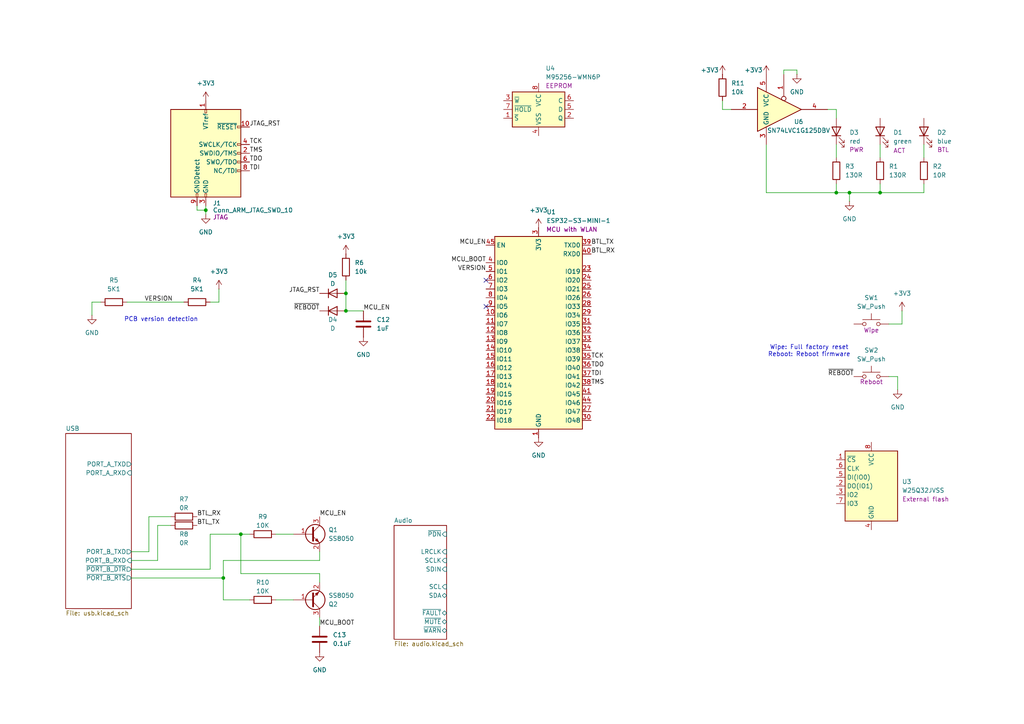
<source format=kicad_sch>
(kicad_sch (version 20231120) (generator "eeschema") (generator_version "8.0")
  (paper "A4")
  (title_block (title "soundbox"))
  (lib_symbols
    (symbol "74xGxx:SN74LVC1G125DBV"
      (property "Reference" "U" (at -10.16 7.62 0))
      (property "Value" "SN74LVC1G125DBV" (at 2.54 -7.62 0))
      (symbol "SN74LVC1G125DBV_0_1"
        (polyline (pts (xy -7.62 6.35) (xy -7.62 -6.35) (xy 5.08 0) (xy -7.62 6.35)) (stroke (width 0.254)) (fill (type background)))
      )
      (symbol "SN74LVC1G125DBV_1_1"
        (pin input inverted (at 0 10.16 270) (length 7.62) (name "~") (number "1"))
        (pin input line (at -15.24 0 0) (length 7.62) (name "~") (number "2"))
        (pin power_in line (at -5.08 -10.16 90) (length 5.08) (name "GND") (number "3"))
        (pin tri_state line (at 12.7 0 180) (length 7.62) (name "~") (number "4"))
        (pin power_in line (at -5.08 10.16 270) (length 5.08) (name "VCC") (number "5"))
      )
    )
    (symbol "Connector:Conn_ARM_JTAG_SWD_10" (pin_names (offset 1.016))
      (property "Reference" "J" (at -2.54 16.51 0))
      (property "Value" "Conn_ARM_JTAG_SWD_10" (at -2.54 13.97 0))
      (symbol "Conn_ARM_JTAG_SWD_10_0_1"
        (rectangle (start -10.16 12.7) (end 10.16 -12.7) (stroke (width 0.254)) (fill (type background)))
        (rectangle (start -2.794 -12.7) (end -2.286 -11.684))
        (rectangle (start -0.254 -12.7) (end 0.254 -11.684))
        (rectangle (start -0.254 12.7) (end 0.254 11.684))
        (rectangle (start 9.144 2.286) (end 10.16 2.794))
        (rectangle (start 10.16 -2.794) (end 9.144 -2.286))
        (rectangle (start 10.16 -0.254) (end 9.144 0.254))
        (rectangle (start 10.16 7.874) (end 9.144 7.366))
      )
      (symbol "Conn_ARM_JTAG_SWD_10_1_1"
        (rectangle (start 9.144 -5.334) (end 10.16 -4.826))
        (pin power_in line (at 0 15.24 270) (length 2.54) (name "VTref") (number "1"))
        (pin open_collector line (at 12.7 7.62 180) (length 2.54) (name "~{RESET}") (number "10"))
        (pin bidirectional line (at 12.7 0 180) (length 2.54) (name "SWDIO/TMS") (number "2"))
        (pin power_in line (at 0 -15.24 90) (length 2.54) (name "GND") (number "3"))
        (pin output line (at 12.7 2.54 180) (length 2.54) (name "SWCLK/TCK") (number "4"))
        (pin passive line (at 0 -15.24 90) (length 2.54) hide (name "GND") (number "5"))
        (pin input line (at 12.7 -2.54 180) (length 2.54) (name "SWO/TDO") (number "6"))
        (pin no_connect line (at -10.16 0 0) (length 2.54) hide (name "KEY") (number "7"))
        (pin output line (at 12.7 -5.08 180) (length 2.54) (name "NC/TDI") (number "8"))
        (pin passive line (at -2.54 -15.24 90) (length 2.54) (name "GNDDetect") (number "9"))
      )
    )
    (symbol "Device:C" (pin_numbers hide) (pin_names (offset 0.254))
      (property "Reference" "C" (at 0.635 2.54 0))
      (property "Value" "C" (at 0.635 -2.54 0))
      (symbol "C_0_1"
        (polyline (pts (xy -2.032 -0.762) (xy 2.032 -0.762)) (stroke (width 0.508)))
        (polyline (pts (xy -2.032 0.762) (xy 2.032 0.762)) (stroke (width 0.508)))
      )
      (symbol "C_1_1"
        (pin passive line (at 0 3.81 270) (length 2.794) (name "~") (number "1"))
        (pin passive line (at 0 -3.81 90) (length 2.794) (name "~") (number "2"))
      )
    )
    (symbol "Device:D" (pin_numbers hide) (pin_names (offset 1.016) hide)
      (property "Reference" "D" (at 0 2.54 0))
      (property "Value" "D" (at 0 -2.54 0))
      (symbol "D_0_1"
        (polyline (pts (xy -1.27 1.27) (xy -1.27 -1.27)) (stroke (width 0.254)))
        (polyline (pts (xy 1.27 0) (xy -1.27 0)))
        (polyline (pts (xy 1.27 1.27) (xy 1.27 -1.27) (xy -1.27 0) (xy 1.27 1.27)) (stroke (width 0.254)))
      )
      (symbol "D_1_1"
        (pin passive line (at -3.81 0 0) (length 2.54) (name "K") (number "1"))
        (pin passive line (at 3.81 0 180) (length 2.54) (name "A") (number "2"))
      )
    )
    (symbol "Device:LED" (pin_numbers hide) (pin_names (offset 1.016) hide)
      (property "Reference" "D" (at 0 2.54 0))
      (property "Value" "LED" (at 0 -2.54 0))
      (symbol "LED_0_1"
        (polyline (pts (xy -1.27 -1.27) (xy -1.27 1.27)) (stroke (width 0.254)))
        (polyline (pts (xy -1.27 0) (xy 1.27 0)))
        (polyline (pts (xy 1.27 -1.27) (xy 1.27 1.27) (xy -1.27 0) (xy 1.27 -1.27)) (stroke (width 0.254)))
        (polyline (pts (xy -3.048 -0.762) (xy -4.572 -2.286) (xy -3.81 -2.286) (xy -4.572 -2.286) (xy -4.572 -1.524)))
        (polyline (pts (xy -1.778 -0.762) (xy -3.302 -2.286) (xy -2.54 -2.286) (xy -3.302 -2.286) (xy -3.302 -1.524)))
      )
      (symbol "LED_1_1"
        (pin passive line (at -3.81 0 0) (length 2.54) (name "K") (number "1"))
        (pin passive line (at 3.81 0 180) (length 2.54) (name "A") (number "2"))
      )
    )
    (symbol "Device:R" (pin_numbers hide) (pin_names (offset 0))
      (property "Reference" "R" (at 2.032 0 90))
      (property "Value" "R" (at 0 0 90))
      (symbol "R_0_1"
        (rectangle (start -1.016 -2.54) (end 1.016 2.54) (stroke (width 0.254)))
      )
      (symbol "R_1_1"
        (pin passive line (at 0 3.81 270) (length 1.27) (name "~") (number "1"))
        (pin passive line (at 0 -3.81 90) (length 1.27) (name "~") (number "2"))
      )
    )
    (symbol "Memory_EEPROM:M95256-WMN6P"
      (property "Reference" "U" (at -7.62 6.35 0))
      (property "Value" "M95256-WMN6P" (at 2.54 -6.35 0))
      (symbol "M95256-WMN6P_1_1"
        (rectangle (start -7.62 5.08) (end 7.62 -5.08) (stroke (width 0.254)) (fill (type background)))
        (pin input line (at -10.16 -2.54 0) (length 2.54) (name "~{S}") (number "1"))
        (pin output line (at 10.16 -2.54 180) (length 2.54) (name "Q") (number "2"))
        (pin input line (at -10.16 2.54 0) (length 2.54) (name "~{W}") (number "3"))
        (pin power_in line (at 0 -7.62 90) (length 2.54) (name "VSS") (number "4"))
        (pin input line (at 10.16 0 180) (length 2.54) (name "D") (number "5"))
        (pin input line (at 10.16 2.54 180) (length 2.54) (name "C") (number "6"))
        (pin input line (at -10.16 0 0) (length 2.54) (name "~{HOLD}") (number "7"))
        (pin power_in line (at 0 7.62 270) (length 2.54) (name "VCC") (number "8"))
      )
    )
    (symbol "Memory_Flash:W25Q32JVSS"
      (property "Reference" "U" (at -6.35 11.43 0))
      (property "Value" "W25Q32JVSS" (at 7.62 11.43 0))
      (symbol "W25Q32JVSS_0_1"
        (rectangle (start -7.62 10.16) (end 7.62 -10.16) (stroke (width 0.254)) (fill (type background)))
      )
      (symbol "W25Q32JVSS_1_1"
        (pin input line (at -10.16 7.62 0) (length 2.54) (name "~{CS}") (number "1"))
        (pin bidirectional line (at -10.16 0 0) (length 2.54) (name "DO(IO1)") (number "2"))
        (pin bidirectional line (at -10.16 -2.54 0) (length 2.54) (name "IO2") (number "3"))
        (pin power_in line (at 0 -12.7 90) (length 2.54) (name "GND") (number "4"))
        (pin bidirectional line (at -10.16 2.54 0) (length 2.54) (name "DI(IO0)") (number "5"))
        (pin input line (at -10.16 5.08 0) (length 2.54) (name "CLK") (number "6"))
        (pin bidirectional line (at -10.16 -5.08 0) (length 2.54) (name "IO3") (number "7"))
        (pin power_in line (at 0 12.7 270) (length 2.54) (name "VCC") (number "8"))
      )
    )
    (symbol "RF_Module:ESP32-S3-MINI-1"
      (property "Reference" "U" (at -11.43 29.21 0))
      (property "Value" "ESP32-S3-MINI-1" (at 12.7 29.21 0))
      (symbol "ESP32-S3-MINI-1_0_1"
        (rectangle (start -12.7 27.94) (end 12.7 -27.94) (stroke (width 0.254)) (fill (type background)))
      )
      (symbol "ESP32-S3-MINI-1_1_1"
        (pin power_in line (at 0 -30.48 90) (length 2.54) (name "GND") (number "1"))
        (pin bidirectional line (at -15.24 5.08 0) (length 2.54) (name "IO6") (number "10"))
        (pin bidirectional line (at -15.24 2.54 0) (length 2.54) (name "IO7") (number "11"))
        (pin bidirectional line (at -15.24 0 0) (length 2.54) (name "IO8") (number "12"))
        (pin bidirectional line (at -15.24 -2.54 0) (length 2.54) (name "IO9") (number "13"))
        (pin bidirectional line (at -15.24 -5.08 0) (length 2.54) (name "IO10") (number "14"))
        (pin bidirectional line (at -15.24 -7.62 0) (length 2.54) (name "IO11") (number "15"))
        (pin bidirectional line (at -15.24 -10.16 0) (length 2.54) (name "IO12") (number "16"))
        (pin bidirectional line (at -15.24 -12.7 0) (length 2.54) (name "IO13") (number "17"))
        (pin bidirectional line (at -15.24 -15.24 0) (length 2.54) (name "IO14") (number "18"))
        (pin bidirectional line (at -15.24 -17.78 0) (length 2.54) (name "IO15") (number "19"))
        (pin passive line (at 0 -30.48 90) (length 2.54) hide (name "GND") (number "2"))
        (pin bidirectional line (at -15.24 -20.32 0) (length 2.54) (name "IO16") (number "20"))
        (pin bidirectional line (at -15.24 -22.86 0) (length 2.54) (name "IO17") (number "21"))
        (pin bidirectional line (at -15.24 -25.4 0) (length 2.54) (name "IO18") (number "22"))
        (pin bidirectional line (at 15.24 17.78 180) (length 2.54) (name "IO19") (number "23"))
        (pin bidirectional line (at 15.24 15.24 180) (length 2.54) (name "IO20") (number "24"))
        (pin bidirectional line (at 15.24 12.7 180) (length 2.54) (name "IO21") (number "25"))
        (pin bidirectional line (at 15.24 10.16 180) (length 2.54) (name "IO26") (number "26"))
        (pin bidirectional line (at 15.24 -22.86 180) (length 2.54) (name "IO47") (number "27"))
        (pin bidirectional line (at 15.24 7.62 180) (length 2.54) (name "IO33") (number "28"))
        (pin bidirectional line (at 15.24 5.08 180) (length 2.54) (name "IO34") (number "29"))
        (pin power_in line (at 0 30.48 270) (length 2.54) (name "3V3") (number "3"))
        (pin bidirectional line (at 15.24 -25.4 180) (length 2.54) (name "IO48") (number "30"))
        (pin bidirectional line (at 15.24 2.54 180) (length 2.54) (name "IO35") (number "31"))
        (pin bidirectional line (at 15.24 0 180) (length 2.54) (name "IO36") (number "32"))
        (pin bidirectional line (at 15.24 -2.54 180) (length 2.54) (name "IO37") (number "33"))
        (pin bidirectional line (at 15.24 -5.08 180) (length 2.54) (name "IO38") (number "34"))
        (pin bidirectional line (at 15.24 -7.62 180) (length 2.54) (name "IO39") (number "35"))
        (pin bidirectional line (at 15.24 -10.16 180) (length 2.54) (name "IO40") (number "36"))
        (pin bidirectional line (at 15.24 -12.7 180) (length 2.54) (name "IO41") (number "37"))
        (pin bidirectional line (at 15.24 -15.24 180) (length 2.54) (name "IO42") (number "38"))
        (pin bidirectional line (at 15.24 25.4 180) (length 2.54) (name "TXD0") (number "39"))
        (pin bidirectional line (at -15.24 20.32 0) (length 2.54) (name "IO0") (number "4"))
        (pin bidirectional line (at 15.24 22.86 180) (length 2.54) (name "RXD0") (number "40"))
        (pin bidirectional line (at 15.24 -17.78 180) (length 2.54) (name "IO45") (number "41"))
        (pin passive line (at 0 -30.48 90) (length 2.54) hide (name "GND") (number "42"))
        (pin passive line (at 0 -30.48 90) (length 2.54) hide (name "GND") (number "43"))
        (pin bidirectional line (at 15.24 -20.32 180) (length 2.54) (name "IO46") (number "44"))
        (pin input line (at -15.24 25.4 0) (length 2.54) (name "EN") (number "45"))
        (pin passive line (at 0 -30.48 90) (length 2.54) hide (name "GND") (number "46"))
        (pin passive line (at 0 -30.48 90) (length 2.54) hide (name "GND") (number "47"))
        (pin passive line (at 0 -30.48 90) (length 2.54) hide (name "GND") (number "48"))
        (pin passive line (at 0 -30.48 90) (length 2.54) hide (name "GND") (number "49"))
        (pin bidirectional line (at -15.24 17.78 0) (length 2.54) (name "IO1") (number "5"))
        (pin passive line (at 0 -30.48 90) (length 2.54) hide (name "GND") (number "50"))
        (pin passive line (at 0 -30.48 90) (length 2.54) hide (name "GND") (number "51"))
        (pin passive line (at 0 -30.48 90) (length 2.54) hide (name "GND") (number "52"))
        (pin passive line (at 0 -30.48 90) (length 2.54) hide (name "GND") (number "53"))
        (pin passive line (at 0 -30.48 90) (length 2.54) hide (name "GND") (number "54"))
        (pin passive line (at 0 -30.48 90) (length 2.54) hide (name "GND") (number "55"))
        (pin passive line (at 0 -30.48 90) (length 2.54) hide (name "GND") (number "56"))
        (pin passive line (at 0 -30.48 90) (length 2.54) hide (name "GND") (number "57"))
        (pin passive line (at 0 -30.48 90) (length 2.54) hide (name "GND") (number "58"))
        (pin passive line (at 0 -30.48 90) (length 2.54) hide (name "GND") (number "59"))
        (pin bidirectional line (at -15.24 15.24 0) (length 2.54) (name "IO2") (number "6"))
        (pin passive line (at 0 -30.48 90) (length 2.54) hide (name "GND") (number "60"))
        (pin passive line (at 0 -30.48 90) (length 2.54) hide (name "GND") (number "61"))
        (pin passive line (at 0 -30.48 90) (length 2.54) hide (name "GND") (number "62"))
        (pin passive line (at 0 -30.48 90) (length 2.54) hide (name "GND") (number "63"))
        (pin passive line (at 0 -30.48 90) (length 2.54) hide (name "GND") (number "64"))
        (pin passive line (at 0 -30.48 90) (length 2.54) hide (name "GND") (number "65"))
        (pin bidirectional line (at -15.24 12.7 0) (length 2.54) (name "IO3") (number "7"))
        (pin bidirectional line (at -15.24 10.16 0) (length 2.54) (name "IO4") (number "8"))
        (pin bidirectional line (at -15.24 7.62 0) (length 2.54) (name "IO5") (number "9"))
      )
    )
    (symbol "Switch:SW_Push" (pin_numbers hide) (pin_names (offset 1.016) hide)
      (property "Reference" "SW" (at 1.27 2.54 0))
      (property "Value" "SW_Push" (at 0 -1.524 0))
      (symbol "SW_Push_0_1"
        (circle (center -2.032 0) (radius 0.508))
        (polyline (pts (xy 0 1.27) (xy 0 3.048)))
        (polyline (pts (xy 2.54 1.27) (xy -2.54 1.27)))
        (circle (center 2.032 0) (radius 0.508))
        (pin passive line (at -5.08 0 0) (length 2.54) (name "1") (number "1"))
        (pin passive line (at 5.08 0 180) (length 2.54) (name "2") (number "2"))
      )
    )
    (symbol "Transistor_BJT:SS8050" (pin_names (offset 0) hide)
      (property "Reference" "Q" (at 5.08 1.905 0))
      (property "Value" "SS8050" (at 5.08 0 0))
      (symbol "SS8050_0_1"
        (polyline (pts (xy 0.635 0.635) (xy 2.54 2.54)))
        (polyline (pts (xy 0.635 -0.635) (xy 2.54 -2.54) (xy 2.54 -2.54)))
        (polyline (pts (xy 0.635 1.905) (xy 0.635 -1.905) (xy 0.635 -1.905)) (stroke (width 0.508)))
        (polyline (pts (xy 1.27 -1.778) (xy 1.778 -1.27) (xy 2.286 -2.286) (xy 1.27 -1.778) (xy 1.27 -1.778)) (fill (type outline)))
        (circle (center 1.27 0) (radius 2.8194) (stroke (width 0.254)))
      )
      (symbol "SS8050_1_1"
        (pin input line (at -5.08 0 0) (length 5.715) (name "B") (number "1"))
        (pin passive line (at 2.54 -5.08 90) (length 2.54) (name "E") (number "2"))
        (pin passive line (at 2.54 5.08 270) (length 2.54) (name "C") (number "3"))
      )
    )
    (symbol "power:+3V3" (power) (pin_numbers hide) (pin_names (offset 0) hide)
      (property "Value" "+3V3" (at 0 3.556 0))
      (symbol "+3V3_0_1"
        (polyline (pts (xy -0.762 1.27) (xy 0 2.54)))
        (polyline (pts (xy 0 0) (xy 0 2.54)))
        (polyline (pts (xy 0 2.54) (xy 0.762 1.27)))
      )
      (symbol "+3V3_1_1"
        (pin power_in line (at 0 0 90) (length 0) (name "~") (number "1"))
      )
    )
    (symbol "power:GND" (power) (pin_numbers hide) (pin_names (offset 0) hide)
      (property "Value" "GND" (at 0 -3.81 0))
      (symbol "GND_0_1"
        (polyline (pts (xy 0 0) (xy 0 -1.27) (xy 1.27 -1.27) (xy 0 -2.54) (xy -1.27 -1.27) (xy 0 -1.27)))
      )
      (symbol "GND_1_1"
        (pin power_in line (at 0 0 270) (length 0) (name "~") (number "1"))
      )
    )
  )
  (junction (at 242.57 55.88))
  (junction (at 100.33 90.17))
  (junction (at 255.27 55.88))
  (junction (at 59.69 60.96))
  (junction (at 100.33 85.09))
  (junction (at 64.77 167.64))
  (junction (at 246.38 55.88))
  (junction (at 69.85 154.94))
  (no_connect (at 140.97 88.9))
  (no_connect (at 140.97 81.28))
  (wire (pts (xy 222.25 55.88) (xy 242.57 55.88)))
  (wire (pts (xy 242.57 53.34) (xy 242.57 55.88)))
  (wire (pts (xy 209.55 31.75) (xy 212.09 31.75)))
  (wire (pts (xy 45.72 152.4) (xy 49.53 152.4)))
  (wire (pts (xy 246.38 58.42) (xy 246.38 55.88)))
  (wire (pts (xy 231.14 20.32) (xy 231.14 21.59)))
  (wire (pts (xy 60.96 154.94) (xy 69.85 154.94)))
  (wire (pts (xy 80.01 154.94) (xy 85.09 154.94)))
  (wire (pts (xy 38.1 165.1) (xy 60.96 165.1)))
  (wire (pts (xy 227.33 21.59) (xy 227.33 20.32)))
  (wire (pts (xy 64.77 167.64) (xy 64.77 173.99)))
  (wire (pts (xy 64.77 162.56) (xy 64.77 167.64)))
  (wire (pts (xy 227.33 20.32) (xy 231.14 20.32)))
  (wire (pts (xy 38.1 167.64) (xy 64.77 167.64)))
  (wire (pts (xy 209.55 29.21) (xy 209.55 31.75)))
  (wire (pts (xy 255.27 41.91) (xy 255.27 45.72)))
  (wire (pts (xy 92.71 160.02) (xy 92.71 162.56)))
  (wire (pts (xy 60.96 165.1) (xy 60.96 154.94)))
  (wire (pts (xy 36.83 87.63) (xy 53.34 87.63)))
  (wire (pts (xy 57.15 59.69) (xy 57.15 60.96)))
  (wire (pts (xy 260.35 109.22) (xy 260.35 113.03)))
  (wire (pts (xy 257.81 93.98) (xy 261.62 93.98)))
  (wire (pts (xy 69.85 154.94) (xy 72.39 154.94)))
  (wire (pts (xy 257.81 109.22) (xy 260.35 109.22)))
  (wire (pts (xy 255.27 55.88) (xy 267.97 55.88)))
  (wire (pts (xy 26.67 87.63) (xy 29.21 87.63)))
  (wire (pts (xy 242.57 31.75) (xy 242.57 34.29)))
  (wire (pts (xy 261.62 90.17) (xy 261.62 93.98)))
  (wire (pts (xy 255.27 53.34) (xy 255.27 55.88)))
  (wire (pts (xy 240.03 31.75) (xy 242.57 31.75)))
  (wire (pts (xy 59.69 62.23) (xy 59.69 60.96)))
  (wire (pts (xy 267.97 53.34) (xy 267.97 55.88)))
  (wire (pts (xy 92.71 168.91) (xy 92.71 166.37)))
  (wire (pts (xy 255.27 55.88) (xy 246.38 55.88)))
  (wire (pts (xy 80.01 173.99) (xy 85.09 173.99)))
  (wire (pts (xy 64.77 173.99) (xy 72.39 173.99)))
  (wire (pts (xy 38.1 160.02) (xy 43.18 160.02)))
  (wire (pts (xy 92.71 179.07) (xy 92.71 181.61)))
  (wire (pts (xy 59.69 60.96) (xy 57.15 60.96)))
  (wire (pts (xy 100.33 85.09) (xy 100.33 90.17)))
  (wire (pts (xy 246.38 55.88) (xy 242.57 55.88)))
  (wire (pts (xy 100.33 90.17) (xy 105.41 90.17)))
  (wire (pts (xy 43.18 149.86) (xy 49.53 149.86)))
  (wire (pts (xy 63.5 87.63) (xy 63.5 83.82)))
  (wire (pts (xy 100.33 81.28) (xy 100.33 85.09)))
  (wire (pts (xy 92.71 162.56) (xy 64.77 162.56)))
  (wire (pts (xy 43.18 160.02) (xy 43.18 149.86)))
  (wire (pts (xy 92.71 166.37) (xy 69.85 166.37)))
  (wire (pts (xy 38.1 162.56) (xy 45.72 162.56)))
  (wire (pts (xy 45.72 162.56) (xy 45.72 152.4)))
  (wire (pts (xy 69.85 166.37) (xy 69.85 154.94)))
  (wire (pts (xy 26.67 91.44) (xy 26.67 87.63)))
  (wire (pts (xy 60.96 87.63) (xy 63.5 87.63)))
  (wire (pts (xy 267.97 41.91) (xy 267.97 45.72)))
  (wire (pts (xy 242.57 41.91) (xy 242.57 45.72)))
  (wire (pts (xy 222.25 41.91) (xy 222.25 55.88)))
  (wire (pts (xy 59.69 59.69) (xy 59.69 60.96)))
  (text "Wipe: Full factory reset\nReboot: Reboot firmware" (at 234.696 101.854 0) (effects (font (size 1.27 1.27))))
  (text "PCB version detection" (at 46.736 92.71 0) (effects (font (size 1.27 1.27))))
  (label "VERSION" (at 41.91 87.63 0))
  (label "TCK" (at 72.39 41.91 0))
  (label "~{REBOOT}" (at 92.71 90.17 180))
  (label "~{REBOOT}" (at 247.65 109.22 180))
  (label "TDI" (at 171.45 109.22 0))
  (label "BTL_RX" (at 171.45 73.66 0))
  (label "TDO" (at 171.45 106.68 0))
  (label "JTAG_RST" (at 92.71 85.09 180))
  (label "MCU_EN" (at 140.97 71.12 180))
  (label "MCU_EN" (at 92.71 149.86 0))
  (label "MCU_BOOT" (at 92.71 181.61 0))
  (label "MCU_BOOT" (at 140.97 76.2 180))
  (label "BTL_RX" (at 57.15 149.86 0))
  (label "JTAG_RST" (at 72.39 36.83 0))
  (label "MCU_EN" (at 105.41 90.17 0))
  (label "TCK" (at 171.45 104.14 0))
  (label "TDO" (at 72.39 46.99 0))
  (label "BTL_TX" (at 171.45 71.12 0))
  (label "BTL_TX" (at 57.15 152.4 0))
  (label "TMS" (at 72.39 44.45 0))
  (label "TMS" (at 171.45 111.76 0))
  (label "VERSION" (at 140.97 78.74 180))
  (label "TDI" (at 72.39 49.53 0))
  (symbol (lib_id "power:GND") (at 156.21 127 0) (unit 1)
    (property "Reference" "#PWR015" (effects (hide yes)))
    (property "Value" "GND" (at 156.21 132.08 0))
    (property "Description" "Power symbol creates a global label with name \"GND\" , ground" (effects (hide yes)))
  )
  (symbol (lib_id "power:GND") (at 246.38 58.42 0) (unit 1)
    (property "Reference" "#PWR012" (effects (hide yes)))
    (property "Value" "GND" (at 246.38 63.5 0))
    (property "Description" "Power symbol creates a global label with name \"GND\" , ground" (effects (hide yes)))
  )
  (symbol (lib_id "Device:R") (at 76.2 154.94 270) (unit 1)
    (property "Reference" "R9" (at 76.2 149.86 90))
    (property "Value" "10K" (at 76.2 152.4 90))
    (property "Description" "Resistor" (effects (hide yes)))
  )
  (symbol (lib_id "power:GND") (at 26.67 91.44 0) (unit 1)
    (property "Reference" "#PWR01" (effects (hide yes)))
    (property "Value" "GND" (at 26.67 96.52 0))
    (property "Description" "Power symbol creates a global label with name \"GND\" , ground" (effects (hide yes)))
  )
  (symbol (lib_id "RF_Module:ESP32-S3-MINI-1") (at 156.21 96.52 0) (unit 1)
    (property "Reference" "U1" (at 158.496 61.468 0) (effects (justify left)))
    (property "Value" "ESP32-S3-MINI-1" (at 158.496 64.008 0) (effects (justify left)))
    (property "Footprint" "RF_Module:ESP32-S2-MINI-1" (effects (hide yes)))
    (property "Datasheet" "https://www.espressif.com/sites/default/files/documentation/esp32-s3-mini-1_mini-1u_datasheet_en.pdf" (effects (hide yes)))
    (property "Description" "MCU with WLAN" (at 165.862 66.548 0))
    (property "MPN" "ESP32-S3-MINI-1-N8" (effects (hide yes)))
    (property "Manufacturer" "Espressif Systems" (effects (hide yes)))
  )
  (symbol (lib_id "Memory_Flash:W25Q32JVSS") (at 252.73 140.97 0) (unit 1)
    (property "Reference" "U3" (at 261.62 139.6999 0) (effects (justify left)))
    (property "Value" "W25Q32JVSS" (at 261.62 142.2399 0) (effects (justify left)))
    (property "Footprint" "Package_SO:SOIC-8_5.23x5.23mm_P1.27mm" (effects (hide yes)))
    (property "Datasheet" "http://www.winbond.com/resource-files/w25q32jv%20revg%2003272018%20plus.pdf" (effects (hide yes)))
    (property "Description" "External flash" (at 268.478 144.78 0))
    (property "MPN" "W25Q32JVSSIQ" (effects (hide yes)))
    (property "Manufacturer" "Winbond Electronics" (effects (hide yes)))
  )
  (symbol (lib_id "Connector:Conn_ARM_JTAG_SWD_10") (at 59.69 44.45 0) (unit 1)
    (property "Reference" "J1" (at 61.722 58.928 0) (effects (justify left)))
    (property "Value" "Conn_ARM_JTAG_SWD_10" (at 61.722 60.96 0) (effects (justify left)))
    (property "Datasheet" "https://mm.digikey.com/Volume0/opasdata/d220001/medias/docus/6209/ftsh-1xx-xx-xxx-dv-xxx-xxx-x-xx-mkt.pdf" (effects (hide yes)))
    (property "Description" "JTAG" (at 61.722 62.992 0) (effects (justify left)))
    (property "MPN" "FTSH-105-01-L-DV-007-K-TR" (effects (hide yes)))
    (property "Manufacturer" "samtec" (effects (hide yes)))
  )
  (symbol (lib_id "Switch:SW_Push") (at 252.73 109.22 0) (unit 1)
    (property "Reference" "SW2" (at 252.73 101.6 0))
    (property "Value" "SW_Push" (at 252.73 104.14 0))
    (property "Footprint" "Button_Switch_SMD:SW_SPST_TL3305B" (effects (hide yes)))
    (property "Datasheet" "https://www.e-switch.com/wp-content/uploads/2024/08/TL3305.pdf" (effects (hide yes)))
    (property "Description" "Reboot" (at 252.73 110.744 0))
    (property "MPN" "TL3305BF260QG" (effects (hide yes)))
    (property "Manufacturer" "E-Switch" (effects (hide yes)))
  )
  (symbol (lib_id "Device:R") (at 76.2 173.99 270) (unit 1)
    (property "Reference" "R10" (at 76.2 168.91 90))
    (property "Value" "10K" (at 76.2 171.45 90))
    (property "Description" "Resistor" (effects (hide yes)))
  )
  (symbol (lib_id "power:+3V3") (at 59.69 29.21 0) (unit 1)
    (property "Reference" "#PWR016" (effects (hide yes)))
    (property "Value" "+3V3" (at 59.69 24.13 0))
    (property "Description" "Power symbol creates a global label with name \"+3V3\"" (effects (hide yes)))
  )
  (symbol (lib_id "power:+3V3") (at 156.21 66.04 0) (unit 1)
    (property "Reference" "#PWR014" (effects (hide yes)))
    (property "Value" "+3V3" (at 156.21 60.96 0))
    (property "Description" "Power symbol creates a global label with name \"+3V3\"" (effects (hide yes)))
  )
  (symbol (lib_id "Device:R") (at 100.33 77.47 0) (unit 1)
    (property "Reference" "R6" (at 102.87 76.1999 0) (effects (justify left)))
    (property "Value" "10k" (at 102.87 78.7399 0) (effects (justify left)))
    (property "Description" "Resistor" (effects (hide yes)))
  )
  (symbol (lib_id "power:+3V3") (at 63.5 83.82 0) (unit 1)
    (property "Reference" "#PWR02" (effects (hide yes)))
    (property "Value" "+3V3" (at 63.5 78.74 0))
    (property "Description" "Power symbol creates a global label with name \"+3V3\"" (effects (hide yes)))
  )
  (symbol (lib_id "Device:R") (at 242.57 49.53 0) (unit 1)
    (property "Reference" "R3" (at 245.11 48.2599 0) (effects (justify left)))
    (property "Value" "130R" (at 245.11 50.7999 0) (effects (justify left)))
    (property "Footprint" "Resistor_SMD:R_0603_1608Metric" (effects (hide yes)))
    (property "Datasheet" "https://industrial.panasonic.com/cdbs/www-data/pdf/RDA0000/AOA0000C304.pdf" (effects (hide yes)))
    (property "Description" "Resistor" (effects (hide yes)))
    (property "MPN" "ERJ-3EKF1300V" (effects (hide yes)))
    (property "Manufacturer" "Panasonic Electronic Components" (effects (hide yes)))
  )
  (symbol (lib_id "power:GND") (at 231.14 21.59 0) (unit 1)
    (property "Reference" "#PWR013" (effects (hide yes)))
    (property "Value" "GND" (at 231.14 26.67 0))
    (property "Description" "Power symbol creates a global label with name \"GND\" , ground" (effects (hide yes)))
  )
  (symbol (lib_id "Device:R") (at 53.34 152.4 90) (mirror x) (unit 1)
    (property "Reference" "R8" (at 53.34 154.94 90))
    (property "Value" "0R" (at 53.34 157.48 90))
    (property "Description" "Resistor" (effects (hide yes)))
  )
  (symbol (lib_id "Switch:SW_Push") (at 252.73 93.98 0) (unit 1)
    (property "Reference" "SW1" (at 252.73 86.36 0))
    (property "Value" "SW_Push" (at 252.73 88.9 0))
    (property "Footprint" "Button_Switch_SMD:SW_SPST_TL3305B" (effects (hide yes)))
    (property "Datasheet" "https://www.e-switch.com/wp-content/uploads/2024/08/TL3305.pdf" (effects (hide yes)))
    (property "Description" "Wipe" (at 252.73 95.758 0))
    (property "MPN" "TL3305BF260QG" (effects (hide yes)))
    (property "Manufacturer" "E-Switch" (effects (hide yes)))
  )
  (symbol (lib_id "power:+3V3") (at 100.33 73.66 0) (unit 1)
    (property "Reference" "#PWR018" (effects (hide yes)))
    (property "Value" "+3V3" (at 100.33 68.58 0))
    (property "Description" "Power symbol creates a global label with name \"+3V3\"" (effects (hide yes)))
  )
  (symbol (lib_id "Device:D") (at 96.52 90.17 0) (unit 1)
    (property "Reference" "D4" (at 96.52 92.71 0))
    (property "Value" "D" (at 96.52 95.25 0))
    (property "Description" "Diode" (effects (hide yes)))
    (property "Sim.Device" "D" (effects (hide yes)))
    (property "Sim.Pins" "1=K 2=A" (effects (hide yes)))
  )
  (symbol (lib_id "Device:R") (at 267.97 49.53 0) (unit 1)
    (property "Reference" "R2" (at 270.51 48.2599 0) (effects (justify left)))
    (property "Value" "10R" (at 270.51 50.7999 0) (effects (justify left)))
    (property "Footprint" "Resistor_SMD:R_0603_1608Metric" (effects (hide yes)))
    (property "Datasheet" "https://industrial.panasonic.com/cdbs/www-data/pdf/RDO0000/AOA0000C331.pdf" (effects (hide yes)))
    (property "Description" "Resistor" (effects (hide yes)))
    (property "MPN" "ERJ-PA3F10R0V" (effects (hide yes)))
    (property "Manufacturer" "Panasonic Electronic Components" (effects (hide yes)))
  )
  (symbol (lib_id "Transistor_BJT:SS8050") (at 90.17 154.94 0) (unit 1)
    (property "Reference" "Q1" (at 95.25 153.6699 0) (effects (justify left)))
    (property "Value" "SS8050" (at 95.25 156.2099 0) (effects (justify left)))
    (property "Footprint" "Package_TO_SOT_SMD:SOT-23" (effects (hide yes)))
    (property "Datasheet" "http://www.secosgmbh.com/datasheet/products/SSMPTransistor/SOT-23/SS8050.pdf" (effects (hide yes)))
    (property "Description" "General Purpose NPN Transistor, 1.5A Ic, 25V Vce, SOT-23" (effects (hide yes)))
  )
  (symbol (lib_id "power:+3V3") (at 261.62 90.17 0) (unit 1)
    (property "Reference" "#PWR011" (effects (hide yes)))
    (property "Value" "+3V3" (at 261.62 85.09 0))
    (property "Description" "Power symbol creates a global label with name \"+3V3\"" (effects (hide yes)))
  )
  (symbol (lib_id "power:GND") (at 59.69 62.23 0) (unit 1)
    (property "Reference" "#PWR017" (effects (hide yes)))
    (property "Value" "GND" (at 59.69 67.31 0))
    (property "Description" "Power symbol creates a global label with name \"GND\" , ground" (effects (hide yes)))
  )
  (symbol (lib_id "power:GND") (at 105.41 97.79 0) (unit 1)
    (property "Reference" "#PWR020" (effects (hide yes)))
    (property "Value" "GND" (at 105.41 102.87 0))
    (property "Description" "Power symbol creates a global label with name \"GND\" , ground" (effects (hide yes)))
  )
  (symbol (lib_id "power:GND") (at 92.71 189.23 0) (unit 1)
    (property "Reference" "#PWR021" (effects (hide yes)))
    (property "Value" "GND" (at 92.71 194.31 0))
    (property "Description" "Power symbol creates a global label with name \"GND\" , ground" (effects (hide yes)))
  )
  (symbol (lib_id "Transistor_BJT:SS8050") (at 90.17 173.99 0) (mirror x) (unit 1)
    (property "Reference" "Q2" (at 95.25 175.2601 0) (effects (justify left)))
    (property "Value" "SS8050" (at 95.25 172.7201 0) (effects (justify left)))
    (property "Footprint" "Package_TO_SOT_SMD:SOT-23" (effects (hide yes)))
    (property "Datasheet" "http://www.secosgmbh.com/datasheet/products/SSMPTransistor/SOT-23/SS8050.pdf" (effects (hide yes)))
    (property "Description" "General Purpose NPN Transistor, 1.5A Ic, 25V Vce, SOT-23" (effects (hide yes)))
  )
  (symbol (lib_id "Device:R") (at 53.34 149.86 90) (mirror x) (unit 1)
    (property "Reference" "R7" (at 53.34 144.78 90))
    (property "Value" "0R" (at 53.34 147.32 90))
    (property "Description" "Resistor" (effects (hide yes)))
  )
  (symbol (lib_id "Device:D") (at 96.52 85.09 0) (unit 1)
    (property "Reference" "D5" (at 96.52 79.756 0))
    (property "Value" "D" (at 96.52 82.296 0))
    (property "Description" "Diode" (effects (hide yes)))
    (property "Sim.Device" "D" (effects (hide yes)))
    (property "Sim.Pins" "1=K 2=A" (effects (hide yes)))
  )
  (symbol (lib_id "Device:C") (at 92.71 185.42 0) (unit 1)
    (property "Reference" "C13" (at 96.52 184.1499 0) (effects (justify left)))
    (property "Value" "0.1uF" (at 96.52 186.6899 0) (effects (justify left)))
    (property "Description" "Unpolarized capacitor" (effects (hide yes)))
  )
  (symbol (lib_id "power:+3V3") (at 209.55 21.59 0) (unit 1)
    (property "Reference" "#PWR023" (effects (hide yes)))
    (property "Value" "+3V3" (at 203.2 20.32 0) (effects (justify left)))
    (property "Description" "Power symbol creates a global label with name \"+3V3\"" (effects (hide yes)))
  )
  (symbol (lib_id "Device:R") (at 33.02 87.63 270) (unit 1)
    (property "Reference" "R5" (at 33.02 81.28 90))
    (property "Value" "5K1" (at 33.02 83.82 90))
    (property "Footprint" "Resistor_SMD:R_0603_1608Metric" (effects (hide yes)))
    (property "Datasheet" "https://industrial.panasonic.com/cdbs/www-data/pdf/RDA0000/AOA0000C304.pdf" (effects (hide yes)))
    (property "Description" "Resistor" (effects (hide yes)))
    (property "MPN" "ERJ-3EKF5101V" (effects (hide yes)))
    (property "Manufacturer" "Panasonic Electronic Components" (effects (hide yes)))
  )
  (symbol (lib_id "74xGxx:SN74LVC1G125DBV") (at 227.33 31.75 0) (unit 1)
    (property "Reference" "U6" (at 231.648 35.306 0))
    (property "Value" "SN74LVC1G125DBV" (at 231.648 37.846 0))
    (property "Footprint" "Package_TO_SOT_SMD:SOT-23-5" (effects (hide yes)))
    (property "Datasheet" "http://www.ti.com/lit/ds/symlink/sn74lvc1g125.pdf" (effects (hide yes)))
    (property "Description" "Single Buffer Gate Tri-State, Low-Voltage CMOS, SOT-23-5" (effects (hide yes)))
  )
  (symbol (lib_id "Device:LED") (at 255.27 38.1 90) (unit 1)
    (property "Reference" "D1" (at 259.08 38.4174 90) (effects (justify right)))
    (property "Value" "green" (at 259.08 40.9574 90) (effects (justify right)))
    (property "Footprint" "LED_SMD:LED_1206_3216Metric" (effects (hide yes)))
    (property "Datasheet" "https://s3-us-west-2.amazonaws.com/catsy.557/Dialight_CBI_data_598-1206_Apr2018.pdf" (effects (hide yes)))
    (property "Description" "ACT" (at 260.858 43.688 90))
    (property "MPN" "598-8270-107F" (effects (hide yes)))
    (property "Manufacturer" "Dialight" (effects (hide yes)))
  )
  (symbol (lib_id "Device:R") (at 57.15 87.63 90) (unit 1)
    (property "Reference" "R4" (at 57.15 81.28 90))
    (property "Value" "5K1" (at 57.15 83.82 90))
    (property "Footprint" "Resistor_SMD:R_0603_1608Metric" (effects (hide yes)))
    (property "Datasheet" "https://industrial.panasonic.com/cdbs/www-data/pdf/RDA0000/AOA0000C304.pdf" (effects (hide yes)))
    (property "Description" "Resistor" (effects (hide yes)))
    (property "MPN" "ERJ-3EKF5101V" (effects (hide yes)))
    (property "Manufacturer" "Panasonic Electronic Components" (effects (hide yes)))
  )
  (symbol (lib_id "Device:R") (at 209.55 25.4 0) (unit 1)
    (property "Reference" "R11" (at 212.09 24.1299 0) (effects (justify left)))
    (property "Value" "10k" (at 212.09 26.6699 0) (effects (justify left)))
    (property "Description" "Resistor" (effects (hide yes)))
  )
  (symbol (lib_id "Device:R") (at 255.27 49.53 0) (unit 1)
    (property "Reference" "R1" (at 257.81 48.2599 0) (effects (justify left)))
    (property "Value" "130R" (at 257.81 50.7999 0) (effects (justify left)))
    (property "Footprint" "Resistor_SMD:R_0603_1608Metric" (effects (hide yes)))
    (property "Datasheet" "https://industrial.panasonic.com/cdbs/www-data/pdf/RDA0000/AOA0000C304.pdf" (effects (hide yes)))
    (property "Description" "Resistor" (effects (hide yes)))
    (property "MPN" "ERJ-3EKF1300V" (effects (hide yes)))
    (property "Manufacturer" "Panasonic Electronic Components" (effects (hide yes)))
  )
  (symbol (lib_id "Device:C") (at 105.41 93.98 0) (unit 1)
    (property "Reference" "C12" (at 109.22 92.7099 0) (effects (justify left)))
    (property "Value" "1uF" (at 109.22 95.2499 0) (effects (justify left)))
    (property "Description" "Unpolarized capacitor" (effects (hide yes)))
  )
  (symbol (lib_id "Memory_EEPROM:M95256-WMN6P") (at 156.21 31.75 0) (unit 1)
    (property "Reference" "U4" (at 158.242 19.812 0) (effects (justify left)))
    (property "Value" "M95256-WMN6P" (at 158.242 22.352 0) (effects (justify left)))
    (property "Footprint" "Package_SO:SOIC-8_3.9x4.9mm_P1.27mm" (effects (hide yes)))
    (property "Datasheet" "http://www.st.com/content/ccc/resource/technical/document/datasheet/9d/75/f0/3e/76/00/4c/0b/CD00103810.pdf/files/CD00103810.pdf/jcr:content/translations/en.CD00103810.pdf" (effects (hide yes)))
    (property "Description" "EEPROM" (at 162.1439 24.892 0))
    (property "MPN" "M95256-WMN6P" (effects (hide yes)))
    (property "Manufacturer" "STMicroelectronics" (effects (hide yes)))
  )
  (symbol (lib_id "power:+3V3") (at 222.25 21.59 0) (unit 1)
    (property "Reference" "#PWR022" (effects (hide yes)))
    (property "Value" "+3V3" (at 215.9 20.32 0) (effects (justify left)))
    (property "Description" "Power symbol creates a global label with name \"+3V3\"" (effects (hide yes)))
  )
  (symbol (lib_id "Device:LED") (at 242.57 38.1 90) (unit 1)
    (property "Reference" "D3" (at 246.38 38.4174 90) (effects (justify right)))
    (property "Value" "red" (at 246.38 40.9574 90) (effects (justify right)))
    (property "Footprint" "LED_SMD:LED_1206_3216Metric" (effects (hide yes)))
    (property "Datasheet" "https://s3-us-west-2.amazonaws.com/catsy.557/Dialight_CBI_data_598-1206_Apr2018.pdf" (effects (hide yes)))
    (property "Description" "PWR" (at 248.412 43.434 90))
    (property "MPN" "598-8210-107F" (effects (hide yes)))
    (property "Manufacturer" "Dialight" (effects (hide yes)))
  )
  (symbol (lib_id "power:GND") (at 260.35 113.03 0) (unit 1)
    (property "Reference" "#PWR019" (effects (hide yes)))
    (property "Value" "GND" (at 260.35 118.11 0))
    (property "Description" "Power symbol creates a global label with name \"GND\" , ground" (effects (hide yes)))
  )
  (symbol (lib_id "Device:LED") (at 267.97 38.1 90) (unit 1)
    (property "Reference" "D2" (at 271.78 38.4174 90) (effects (justify right)))
    (property "Value" "blue" (at 271.78 40.9574 90) (effects (justify right)))
    (property "Footprint" "LED_SMD:LED_1206_3216Metric" (effects (hide yes)))
    (property "Datasheet" "https://s3-us-west-2.amazonaws.com/catsy.557/Dialight_CBI_data_598-1206_Apr2018.pdf" (effects (hide yes)))
    (property "Description" "BTL" (at 273.558 43.434 90))
    (property "MPN" "598-8291-107F" (effects (hide yes)))
    (property "Manufacturer" "Dialight" (effects (hide yes)))
  )
  (sheet (at 19.05 125.73) (size 19.05 50.8) (stroke (width 0.1524))
    (property "Sheetname" "USB" (at 19.05 125.0184 0) (effects (justify left bottom)))
    (property "Sheetfile" "usb.kicad_sch" (at 19.05 177.1146 0) (effects (justify left top)))
    (pin "PORT_A_TXD" output (at 38.1 134.62 0))
    (pin "PORT_A_RXD" input (at 38.1 137.16 0))
    (pin "PORT_B_TXD" output (at 38.1 160.02 0))
    (pin "PORT_B_RXD" input (at 38.1 162.56 0))
    (pin "~{PORT_B_RTS}" output (at 38.1 167.64 0))
    (pin "~{PORT_B_DTR}" output (at 38.1 165.1 0))
  )
  (sheet (at 114.3 152.4) (size 15.24 33.02) (stroke (width 0.1524))
    (property "Sheetname" "Audio" (at 114.3 151.6884 0) (effects (justify left bottom)))
    (property "Sheetfile" "audio.kicad_sch" (at 114.3 186.0046 0) (effects (justify left top)))
    (pin "~{PDN}" input (at 129.54 154.94 0))
    (pin "LRCLK" input (at 129.54 160.02 0))
    (pin "SCLK" input (at 129.54 162.56 0))
    (pin "SDIN" input (at 129.54 165.1 0))
    (pin "SCL" input (at 129.54 170.18 0))
    (pin "SDA" bidirectional (at 129.54 172.72 0))
    (pin "~{FAULT}" bidirectional (at 129.54 177.8 0))
    (pin "~{MUTE}" bidirectional (at 129.54 180.34 0))
    (pin "~{WARN}" bidirectional (at 129.54 182.88 0))
  )
)
</source>
